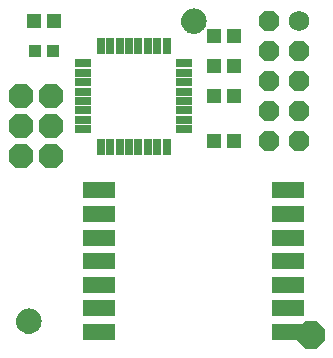
<source format=gts>
G75*
G70*
%OFA0B0*%
%FSLAX24Y24*%
%IPPOS*%
%LPD*%
%AMOC8*
5,1,8,0,0,1.08239X$1,22.5*
%
%ADD10R,0.1080X0.0580*%
%ADD11OC8,0.0820*%
%ADD12C,0.0680*%
%ADD13OC8,0.0680*%
%ADD14R,0.0395X0.0395*%
%ADD15R,0.0474X0.0513*%
%ADD16R,0.0513X0.0474*%
%ADD17R,0.0300X0.0580*%
%ADD18R,0.0580X0.0300*%
%ADD19C,0.0050*%
%ADD20OC8,0.0907*%
D10*
X004080Y001418D03*
X004080Y002205D03*
X004080Y002993D03*
X004080Y003780D03*
X004080Y004567D03*
X004080Y005355D03*
X004080Y006142D03*
X010380Y006142D03*
X010380Y005355D03*
X010380Y004567D03*
X010380Y003780D03*
X010380Y002993D03*
X010380Y002205D03*
X010380Y001418D03*
D11*
X002480Y007280D03*
X002480Y008280D03*
X002480Y009280D03*
X001480Y009280D03*
X001480Y008280D03*
X001480Y007280D03*
D12*
X010730Y011780D03*
D13*
X010730Y010780D03*
X010730Y009780D03*
X010730Y008780D03*
X010730Y007780D03*
X009730Y007780D03*
X009730Y008780D03*
X009730Y009780D03*
X009730Y010780D03*
X009730Y011780D03*
D14*
X002525Y010780D03*
X001935Y010780D03*
D15*
X001895Y011780D03*
X002565Y011780D03*
X007895Y010280D03*
X008565Y010280D03*
D16*
X008565Y011280D03*
X007895Y011280D03*
X007895Y009280D03*
X008565Y009280D03*
X008565Y007780D03*
X007895Y007780D03*
D17*
X006332Y007590D03*
X006017Y007590D03*
X005702Y007590D03*
X005387Y007590D03*
X005073Y007590D03*
X004758Y007590D03*
X004443Y007590D03*
X004128Y007590D03*
X004128Y010970D03*
X004443Y010970D03*
X004758Y010970D03*
X005073Y010970D03*
X005387Y010970D03*
X005702Y010970D03*
X006017Y010970D03*
X006332Y010970D03*
D18*
X006920Y010382D03*
X006920Y010067D03*
X006920Y009752D03*
X006920Y009437D03*
X006920Y009123D03*
X006920Y008808D03*
X006920Y008493D03*
X006920Y008178D03*
X003540Y008178D03*
X003540Y008493D03*
X003540Y008808D03*
X003540Y009123D03*
X003540Y009437D03*
X003540Y009752D03*
X003540Y010067D03*
X003540Y010382D03*
D19*
X001428Y001527D02*
X001477Y001478D01*
X001533Y001439D01*
X001595Y001410D01*
X001662Y001392D01*
X001730Y001386D01*
X001798Y001392D01*
X001865Y001410D01*
X001927Y001439D01*
X001983Y001478D01*
X002032Y001527D01*
X002071Y001583D01*
X002100Y001645D01*
X002118Y001712D01*
X002124Y001780D01*
X002118Y001848D01*
X002100Y001915D01*
X002071Y001977D01*
X002032Y002033D01*
X001983Y002082D01*
X001927Y002121D01*
X001865Y002150D01*
X001798Y002168D01*
X001730Y002174D01*
X001662Y002168D01*
X001595Y002150D01*
X001533Y002121D01*
X001477Y002082D01*
X001428Y002033D01*
X001389Y001977D01*
X001360Y001915D01*
X001342Y001848D01*
X001336Y001780D01*
X001342Y001712D01*
X001360Y001645D01*
X001389Y001583D01*
X001428Y001527D01*
X001419Y001541D02*
X002041Y001541D01*
X002074Y001590D02*
X001386Y001590D01*
X001363Y001638D02*
X002097Y001638D01*
X002111Y001687D02*
X001349Y001687D01*
X001340Y001735D02*
X002120Y001735D01*
X002123Y001784D02*
X001337Y001784D01*
X001341Y001832D02*
X002119Y001832D01*
X002109Y001881D02*
X001351Y001881D01*
X001367Y001929D02*
X002093Y001929D01*
X002070Y001978D02*
X001390Y001978D01*
X001423Y002026D02*
X002037Y002026D01*
X001990Y002075D02*
X001470Y002075D01*
X001538Y002123D02*
X001922Y002123D01*
X001755Y002172D02*
X001705Y002172D01*
X001463Y001493D02*
X001997Y001493D01*
X001934Y001444D02*
X001526Y001444D01*
X001650Y001396D02*
X001810Y001396D01*
X007033Y011439D02*
X007095Y011410D01*
X007162Y011392D01*
X007230Y011386D01*
X007298Y011392D01*
X007365Y011410D01*
X007427Y011439D01*
X007483Y011478D01*
X007532Y011527D01*
X007571Y011583D01*
X007600Y011645D01*
X007618Y011712D01*
X007624Y011780D01*
X007618Y011848D01*
X007600Y011915D01*
X007571Y011977D01*
X007532Y012033D01*
X007483Y012082D01*
X007427Y012121D01*
X007365Y012150D01*
X007298Y012168D01*
X007230Y012174D01*
X007162Y012168D01*
X007095Y012150D01*
X007033Y012121D01*
X006977Y012082D01*
X006928Y012033D01*
X006889Y011977D01*
X006860Y011915D01*
X006842Y011848D01*
X006836Y011780D01*
X006842Y011712D01*
X006860Y011645D01*
X006889Y011583D01*
X006928Y011527D01*
X006977Y011478D01*
X007033Y011439D01*
X007042Y011435D02*
X007418Y011435D01*
X007488Y011484D02*
X006972Y011484D01*
X006925Y011532D02*
X007535Y011532D01*
X007569Y011581D02*
X006891Y011581D01*
X006868Y011629D02*
X007592Y011629D01*
X007609Y011678D02*
X006851Y011678D01*
X006841Y011726D02*
X007619Y011726D01*
X007623Y011775D02*
X006837Y011775D01*
X006840Y011823D02*
X007620Y011823D01*
X007612Y011872D02*
X006848Y011872D01*
X006863Y011920D02*
X007597Y011920D01*
X007575Y011969D02*
X006885Y011969D01*
X006917Y012017D02*
X007543Y012017D01*
X007499Y012066D02*
X006961Y012066D01*
X007023Y012114D02*
X007437Y012114D01*
X007318Y012163D02*
X007142Y012163D01*
X007227Y011387D02*
X007233Y011387D01*
D20*
X011130Y001330D03*
M02*

</source>
